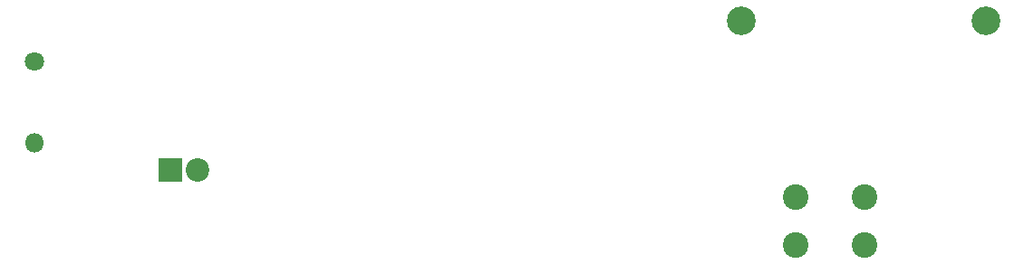
<source format=gbs>
G04 #@! TF.FileFunction,Soldermask,Bot*
%FSLAX46Y46*%
G04 Gerber Fmt 4.6, Leading zero omitted, Abs format (unit mm)*
G04 Created by KiCad (PCBNEW 4.0.7) date Mon Mar 12 16:42:59 2018*
%MOMM*%
%LPD*%
G01*
G04 APERTURE LIST*
%ADD10C,0.100000*%
%ADD11R,2.200000X2.200000*%
%ADD12C,2.200000*%
%ADD13C,1.800000*%
%ADD14O,1.800000X1.800000*%
%ADD15C,2.400000*%
%ADD16C,2.690000*%
G04 APERTURE END LIST*
D10*
D11*
X17780000Y11430000D03*
D12*
X20320000Y11430000D03*
D13*
X5080000Y21590000D03*
D14*
X5080000Y13970000D03*
D15*
X76200000Y4390000D03*
X76200000Y8890000D03*
X82700000Y4390000D03*
X82700000Y8890000D03*
D16*
X71120000Y25400000D03*
X93980000Y25400000D03*
M02*

</source>
